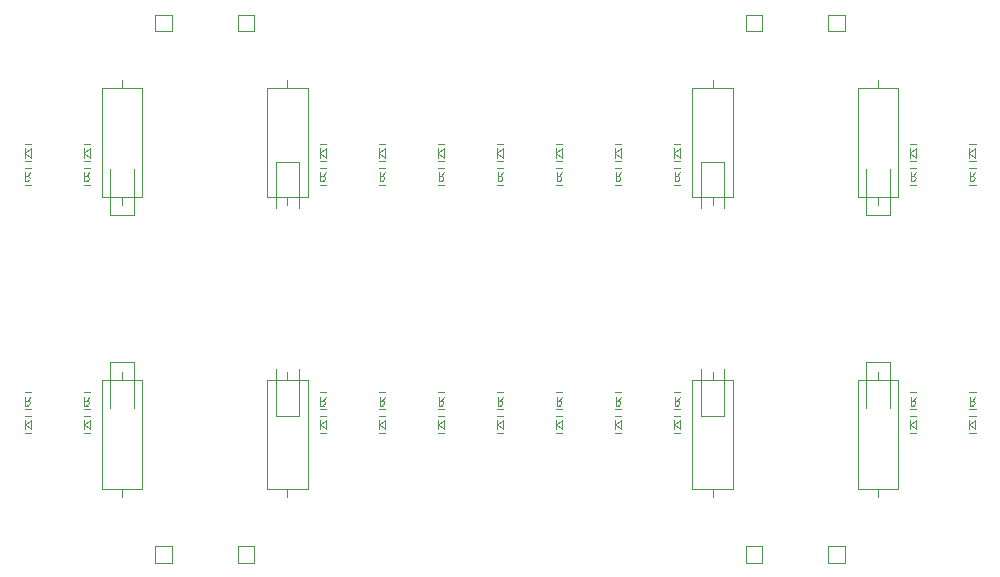
<source format=gbr>
G04 #@! TF.GenerationSoftware,KiCad,Pcbnew,(5.1.2)-2*
G04 #@! TF.CreationDate,2020-02-10T16:48:03+01:00*
G04 #@! TF.ProjectId,OpenHO_Engine,4f70656e-484f-45f4-956e-67696e652e6b,rev?*
G04 #@! TF.SameCoordinates,Original*
G04 #@! TF.FileFunction,Legend,Bot*
G04 #@! TF.FilePolarity,Positive*
%FSLAX46Y46*%
G04 Gerber Fmt 4.6, Leading zero omitted, Abs format (unit mm)*
G04 Created by KiCad (PCBNEW (5.1.2)-2) date 2020-02-10 16:48:03*
%MOMM*%
%LPD*%
G04 APERTURE LIST*
%ADD10C,0.120000*%
G04 APERTURE END LIST*
D10*
X95800000Y-54300000D02*
X95800000Y-55700000D01*
X97200000Y-54300000D02*
X95800000Y-54300000D01*
X97200000Y-55700000D02*
X97200000Y-54300000D01*
X95800000Y-55700000D02*
X97200000Y-55700000D01*
X102800000Y-54300000D02*
X102800000Y-55700000D01*
X104200000Y-54300000D02*
X102800000Y-54300000D01*
X104200000Y-55700000D02*
X104200000Y-54300000D01*
X102800000Y-55700000D02*
X104200000Y-55700000D01*
X145800000Y-54300000D02*
X145800000Y-55700000D01*
X147200000Y-54300000D02*
X145800000Y-54300000D01*
X147200000Y-55700000D02*
X147200000Y-54300000D01*
X145800000Y-55700000D02*
X147200000Y-55700000D01*
X152800000Y-54300000D02*
X152800000Y-55700000D01*
X154200000Y-54300000D02*
X152800000Y-54300000D01*
X154200000Y-55700000D02*
X154200000Y-54300000D01*
X152800000Y-55700000D02*
X154200000Y-55700000D01*
X165025400Y-68406400D02*
G75*
G03X165025400Y-68000000I0J203200D01*
G01*
X165228600Y-67669800D02*
X165000000Y-68000000D01*
X164796800Y-68000000D02*
X165025400Y-68000000D01*
X164796800Y-68406400D02*
X165076200Y-68406400D01*
X164796800Y-67669800D02*
X164796800Y-68406400D01*
X164741422Y-67290000D02*
X165258578Y-67290000D01*
X164741422Y-68710000D02*
X165258578Y-68710000D01*
X160025400Y-68406400D02*
G75*
G03X160025400Y-68000000I0J203200D01*
G01*
X160228600Y-67669800D02*
X160000000Y-68000000D01*
X159796800Y-68000000D02*
X160025400Y-68000000D01*
X159796800Y-68406400D02*
X160076200Y-68406400D01*
X159796800Y-67669800D02*
X159796800Y-68406400D01*
X159741422Y-67290000D02*
X160258578Y-67290000D01*
X159741422Y-68710000D02*
X160258578Y-68710000D01*
X157000000Y-59840000D02*
X157000000Y-60530000D01*
X157000000Y-70460000D02*
X157000000Y-69770000D01*
X158720000Y-60530000D02*
X158720000Y-69770000D01*
X155280000Y-60530000D02*
X158720000Y-60530000D01*
X155280000Y-69770000D02*
X155280000Y-60530000D01*
X158720000Y-69770000D02*
X155280000Y-69770000D01*
X143000000Y-59840000D02*
X143000000Y-60530000D01*
X143000000Y-70460000D02*
X143000000Y-69770000D01*
X144720000Y-60530000D02*
X144720000Y-69770000D01*
X141280000Y-60530000D02*
X144720000Y-60530000D01*
X141280000Y-69770000D02*
X141280000Y-60530000D01*
X144720000Y-69770000D02*
X141280000Y-69770000D01*
X140025400Y-68406400D02*
G75*
G03X140025400Y-68000000I0J203200D01*
G01*
X140228600Y-67669800D02*
X140000000Y-68000000D01*
X139796800Y-68000000D02*
X140025400Y-68000000D01*
X139796800Y-68406400D02*
X140076200Y-68406400D01*
X139796800Y-67669800D02*
X139796800Y-68406400D01*
X139741422Y-67290000D02*
X140258578Y-67290000D01*
X139741422Y-68710000D02*
X140258578Y-68710000D01*
X135025400Y-68406400D02*
G75*
G03X135025400Y-68000000I0J203200D01*
G01*
X135228600Y-67669800D02*
X135000000Y-68000000D01*
X134796800Y-68000000D02*
X135025400Y-68000000D01*
X134796800Y-68406400D02*
X135076200Y-68406400D01*
X134796800Y-67669800D02*
X134796800Y-68406400D01*
X134741422Y-67290000D02*
X135258578Y-67290000D01*
X134741422Y-68710000D02*
X135258578Y-68710000D01*
X130025400Y-68406400D02*
G75*
G03X130025400Y-68000000I0J203200D01*
G01*
X130228600Y-67669800D02*
X130000000Y-68000000D01*
X129796800Y-68000000D02*
X130025400Y-68000000D01*
X129796800Y-68406400D02*
X130076200Y-68406400D01*
X129796800Y-67669800D02*
X129796800Y-68406400D01*
X129741422Y-67290000D02*
X130258578Y-67290000D01*
X129741422Y-68710000D02*
X130258578Y-68710000D01*
X125025400Y-68406400D02*
G75*
G03X125025400Y-68000000I0J203200D01*
G01*
X125228600Y-67669800D02*
X125000000Y-68000000D01*
X124796800Y-68000000D02*
X125025400Y-68000000D01*
X124796800Y-68406400D02*
X125076200Y-68406400D01*
X124796800Y-67669800D02*
X124796800Y-68406400D01*
X124741422Y-67290000D02*
X125258578Y-67290000D01*
X124741422Y-68710000D02*
X125258578Y-68710000D01*
X120025400Y-68406400D02*
G75*
G03X120025400Y-68000000I0J203200D01*
G01*
X120228600Y-67669800D02*
X120000000Y-68000000D01*
X119796800Y-68000000D02*
X120025400Y-68000000D01*
X119796800Y-68406400D02*
X120076200Y-68406400D01*
X119796800Y-67669800D02*
X119796800Y-68406400D01*
X119741422Y-67290000D02*
X120258578Y-67290000D01*
X119741422Y-68710000D02*
X120258578Y-68710000D01*
X115025400Y-68406400D02*
G75*
G03X115025400Y-68000000I0J203200D01*
G01*
X115228600Y-67669800D02*
X115000000Y-68000000D01*
X114796800Y-68000000D02*
X115025400Y-68000000D01*
X114796800Y-68406400D02*
X115076200Y-68406400D01*
X114796800Y-67669800D02*
X114796800Y-68406400D01*
X114741422Y-67290000D02*
X115258578Y-67290000D01*
X114741422Y-68710000D02*
X115258578Y-68710000D01*
X110025400Y-68406400D02*
G75*
G03X110025400Y-68000000I0J203200D01*
G01*
X110228600Y-67669800D02*
X110000000Y-68000000D01*
X109796800Y-68000000D02*
X110025400Y-68000000D01*
X109796800Y-68406400D02*
X110076200Y-68406400D01*
X109796800Y-67669800D02*
X109796800Y-68406400D01*
X109741422Y-67290000D02*
X110258578Y-67290000D01*
X109741422Y-68710000D02*
X110258578Y-68710000D01*
X107000000Y-59840000D02*
X107000000Y-60530000D01*
X107000000Y-70460000D02*
X107000000Y-69770000D01*
X108720000Y-60530000D02*
X108720000Y-69770000D01*
X105280000Y-60530000D02*
X108720000Y-60530000D01*
X105280000Y-69770000D02*
X105280000Y-60530000D01*
X108720000Y-69770000D02*
X105280000Y-69770000D01*
X93000000Y-59840000D02*
X93000000Y-60530000D01*
X93000000Y-70460000D02*
X93000000Y-69770000D01*
X94720000Y-60530000D02*
X94720000Y-69770000D01*
X91280000Y-60530000D02*
X94720000Y-60530000D01*
X91280000Y-69770000D02*
X91280000Y-60530000D01*
X94720000Y-69770000D02*
X91280000Y-69770000D01*
X90025400Y-68406400D02*
G75*
G03X90025400Y-68000000I0J203200D01*
G01*
X90228600Y-67669800D02*
X90000000Y-68000000D01*
X89796800Y-68000000D02*
X90025400Y-68000000D01*
X89796800Y-68406400D02*
X90076200Y-68406400D01*
X89796800Y-67669800D02*
X89796800Y-68406400D01*
X89741422Y-67290000D02*
X90258578Y-67290000D01*
X89741422Y-68710000D02*
X90258578Y-68710000D01*
X85025400Y-68406400D02*
G75*
G03X85025400Y-68000000I0J203200D01*
G01*
X85228600Y-67669800D02*
X85000000Y-68000000D01*
X84796800Y-68000000D02*
X85025400Y-68000000D01*
X84796800Y-68406400D02*
X85076200Y-68406400D01*
X84796800Y-67669800D02*
X84796800Y-68406400D01*
X84741422Y-67290000D02*
X85258578Y-67290000D01*
X84741422Y-68710000D02*
X85258578Y-68710000D01*
X164741422Y-65290000D02*
X165258578Y-65290000D01*
X164741422Y-66710000D02*
X165258578Y-66710000D01*
X165254000Y-65593600D02*
X164746000Y-66025400D01*
X165254000Y-66406400D02*
X165254000Y-65593600D01*
X164746000Y-66000000D02*
X165254000Y-66406400D01*
X164746000Y-66406400D02*
X164746000Y-65593600D01*
X159741422Y-65290000D02*
X160258578Y-65290000D01*
X159741422Y-66710000D02*
X160258578Y-66710000D01*
X160254000Y-65593600D02*
X159746000Y-66025400D01*
X160254000Y-66406400D02*
X160254000Y-65593600D01*
X159746000Y-66000000D02*
X160254000Y-66406400D01*
X159746000Y-66406400D02*
X159746000Y-65593600D01*
X158000000Y-71250000D02*
X158000000Y-67350000D01*
X156000000Y-71250000D02*
X156000000Y-67350000D01*
X158000000Y-71250000D02*
X156000000Y-71250000D01*
X142000000Y-66750000D02*
X142000000Y-70650000D01*
X144000000Y-66750000D02*
X144000000Y-70650000D01*
X142000000Y-66750000D02*
X144000000Y-66750000D01*
X139741422Y-65290000D02*
X140258578Y-65290000D01*
X139741422Y-66710000D02*
X140258578Y-66710000D01*
X140254000Y-65593600D02*
X139746000Y-66025400D01*
X140254000Y-66406400D02*
X140254000Y-65593600D01*
X139746000Y-66000000D02*
X140254000Y-66406400D01*
X139746000Y-66406400D02*
X139746000Y-65593600D01*
X134741422Y-65290000D02*
X135258578Y-65290000D01*
X134741422Y-66710000D02*
X135258578Y-66710000D01*
X135254000Y-65593600D02*
X134746000Y-66025400D01*
X135254000Y-66406400D02*
X135254000Y-65593600D01*
X134746000Y-66000000D02*
X135254000Y-66406400D01*
X134746000Y-66406400D02*
X134746000Y-65593600D01*
X129741422Y-65290000D02*
X130258578Y-65290000D01*
X129741422Y-66710000D02*
X130258578Y-66710000D01*
X130254000Y-65593600D02*
X129746000Y-66025400D01*
X130254000Y-66406400D02*
X130254000Y-65593600D01*
X129746000Y-66000000D02*
X130254000Y-66406400D01*
X129746000Y-66406400D02*
X129746000Y-65593600D01*
X124741422Y-65290000D02*
X125258578Y-65290000D01*
X124741422Y-66710000D02*
X125258578Y-66710000D01*
X125254000Y-65593600D02*
X124746000Y-66025400D01*
X125254000Y-66406400D02*
X125254000Y-65593600D01*
X124746000Y-66000000D02*
X125254000Y-66406400D01*
X124746000Y-66406400D02*
X124746000Y-65593600D01*
X119741422Y-65290000D02*
X120258578Y-65290000D01*
X119741422Y-66710000D02*
X120258578Y-66710000D01*
X120254000Y-65593600D02*
X119746000Y-66025400D01*
X120254000Y-66406400D02*
X120254000Y-65593600D01*
X119746000Y-66000000D02*
X120254000Y-66406400D01*
X119746000Y-66406400D02*
X119746000Y-65593600D01*
X114741422Y-65290000D02*
X115258578Y-65290000D01*
X114741422Y-66710000D02*
X115258578Y-66710000D01*
X115254000Y-65593600D02*
X114746000Y-66025400D01*
X115254000Y-66406400D02*
X115254000Y-65593600D01*
X114746000Y-66000000D02*
X115254000Y-66406400D01*
X114746000Y-66406400D02*
X114746000Y-65593600D01*
X109741422Y-65290000D02*
X110258578Y-65290000D01*
X109741422Y-66710000D02*
X110258578Y-66710000D01*
X110254000Y-65593600D02*
X109746000Y-66025400D01*
X110254000Y-66406400D02*
X110254000Y-65593600D01*
X109746000Y-66000000D02*
X110254000Y-66406400D01*
X109746000Y-66406400D02*
X109746000Y-65593600D01*
X94000000Y-71250000D02*
X94000000Y-67350000D01*
X92000000Y-71250000D02*
X92000000Y-67350000D01*
X94000000Y-71250000D02*
X92000000Y-71250000D01*
X106000000Y-66750000D02*
X106000000Y-70650000D01*
X108000000Y-66750000D02*
X108000000Y-70650000D01*
X106000000Y-66750000D02*
X108000000Y-66750000D01*
X89741422Y-65290000D02*
X90258578Y-65290000D01*
X89741422Y-66710000D02*
X90258578Y-66710000D01*
X90254000Y-65593600D02*
X89746000Y-66025400D01*
X90254000Y-66406400D02*
X90254000Y-65593600D01*
X89746000Y-66000000D02*
X90254000Y-66406400D01*
X89746000Y-66406400D02*
X89746000Y-65593600D01*
X84741422Y-65290000D02*
X85258578Y-65290000D01*
X84741422Y-66710000D02*
X85258578Y-66710000D01*
X85254000Y-65593600D02*
X84746000Y-66025400D01*
X85254000Y-66406400D02*
X85254000Y-65593600D01*
X84746000Y-66000000D02*
X85254000Y-66406400D01*
X84746000Y-66406400D02*
X84746000Y-65593600D01*
X165025400Y-87406400D02*
G75*
G03X165025400Y-87000000I0J203200D01*
G01*
X165228600Y-86669800D02*
X165000000Y-87000000D01*
X164796800Y-87000000D02*
X165025400Y-87000000D01*
X164796800Y-87406400D02*
X165076200Y-87406400D01*
X164796800Y-86669800D02*
X164796800Y-87406400D01*
X164741422Y-86290000D02*
X165258578Y-86290000D01*
X164741422Y-87710000D02*
X165258578Y-87710000D01*
X160025400Y-87406400D02*
G75*
G03X160025400Y-87000000I0J203200D01*
G01*
X160228600Y-86669800D02*
X160000000Y-87000000D01*
X159796800Y-87000000D02*
X160025400Y-87000000D01*
X159796800Y-87406400D02*
X160076200Y-87406400D01*
X159796800Y-86669800D02*
X159796800Y-87406400D01*
X159741422Y-86290000D02*
X160258578Y-86290000D01*
X159741422Y-87710000D02*
X160258578Y-87710000D01*
X157000000Y-95160000D02*
X157000000Y-94470000D01*
X157000000Y-84540000D02*
X157000000Y-85230000D01*
X155280000Y-94470000D02*
X155280000Y-85230000D01*
X158720000Y-94470000D02*
X155280000Y-94470000D01*
X158720000Y-85230000D02*
X158720000Y-94470000D01*
X155280000Y-85230000D02*
X158720000Y-85230000D01*
X143000000Y-95160000D02*
X143000000Y-94470000D01*
X143000000Y-84540000D02*
X143000000Y-85230000D01*
X141280000Y-94470000D02*
X141280000Y-85230000D01*
X144720000Y-94470000D02*
X141280000Y-94470000D01*
X144720000Y-85230000D02*
X144720000Y-94470000D01*
X141280000Y-85230000D02*
X144720000Y-85230000D01*
X140025400Y-87406400D02*
G75*
G03X140025400Y-87000000I0J203200D01*
G01*
X140228600Y-86669800D02*
X140000000Y-87000000D01*
X139796800Y-87000000D02*
X140025400Y-87000000D01*
X139796800Y-87406400D02*
X140076200Y-87406400D01*
X139796800Y-86669800D02*
X139796800Y-87406400D01*
X139741422Y-86290000D02*
X140258578Y-86290000D01*
X139741422Y-87710000D02*
X140258578Y-87710000D01*
X135025400Y-87406400D02*
G75*
G03X135025400Y-87000000I0J203200D01*
G01*
X135228600Y-86669800D02*
X135000000Y-87000000D01*
X134796800Y-87000000D02*
X135025400Y-87000000D01*
X134796800Y-87406400D02*
X135076200Y-87406400D01*
X134796800Y-86669800D02*
X134796800Y-87406400D01*
X134741422Y-86290000D02*
X135258578Y-86290000D01*
X134741422Y-87710000D02*
X135258578Y-87710000D01*
X130025400Y-87406400D02*
G75*
G03X130025400Y-87000000I0J203200D01*
G01*
X130228600Y-86669800D02*
X130000000Y-87000000D01*
X129796800Y-87000000D02*
X130025400Y-87000000D01*
X129796800Y-87406400D02*
X130076200Y-87406400D01*
X129796800Y-86669800D02*
X129796800Y-87406400D01*
X129741422Y-86290000D02*
X130258578Y-86290000D01*
X129741422Y-87710000D02*
X130258578Y-87710000D01*
X125025400Y-87406400D02*
G75*
G03X125025400Y-87000000I0J203200D01*
G01*
X125228600Y-86669800D02*
X125000000Y-87000000D01*
X124796800Y-87000000D02*
X125025400Y-87000000D01*
X124796800Y-87406400D02*
X125076200Y-87406400D01*
X124796800Y-86669800D02*
X124796800Y-87406400D01*
X124741422Y-86290000D02*
X125258578Y-86290000D01*
X124741422Y-87710000D02*
X125258578Y-87710000D01*
X120025400Y-87406400D02*
G75*
G03X120025400Y-87000000I0J203200D01*
G01*
X120228600Y-86669800D02*
X120000000Y-87000000D01*
X119796800Y-87000000D02*
X120025400Y-87000000D01*
X119796800Y-87406400D02*
X120076200Y-87406400D01*
X119796800Y-86669800D02*
X119796800Y-87406400D01*
X119741422Y-86290000D02*
X120258578Y-86290000D01*
X119741422Y-87710000D02*
X120258578Y-87710000D01*
X115025400Y-87406400D02*
G75*
G03X115025400Y-87000000I0J203200D01*
G01*
X115228600Y-86669800D02*
X115000000Y-87000000D01*
X114796800Y-87000000D02*
X115025400Y-87000000D01*
X114796800Y-87406400D02*
X115076200Y-87406400D01*
X114796800Y-86669800D02*
X114796800Y-87406400D01*
X114741422Y-86290000D02*
X115258578Y-86290000D01*
X114741422Y-87710000D02*
X115258578Y-87710000D01*
X110025400Y-87406400D02*
G75*
G03X110025400Y-87000000I0J203200D01*
G01*
X110228600Y-86669800D02*
X110000000Y-87000000D01*
X109796800Y-87000000D02*
X110025400Y-87000000D01*
X109796800Y-87406400D02*
X110076200Y-87406400D01*
X109796800Y-86669800D02*
X109796800Y-87406400D01*
X109741422Y-86290000D02*
X110258578Y-86290000D01*
X109741422Y-87710000D02*
X110258578Y-87710000D01*
X107000000Y-95160000D02*
X107000000Y-94470000D01*
X107000000Y-84540000D02*
X107000000Y-85230000D01*
X105280000Y-94470000D02*
X105280000Y-85230000D01*
X108720000Y-94470000D02*
X105280000Y-94470000D01*
X108720000Y-85230000D02*
X108720000Y-94470000D01*
X105280000Y-85230000D02*
X108720000Y-85230000D01*
X93000000Y-95160000D02*
X93000000Y-94470000D01*
X93000000Y-84540000D02*
X93000000Y-85230000D01*
X91280000Y-94470000D02*
X91280000Y-85230000D01*
X94720000Y-94470000D02*
X91280000Y-94470000D01*
X94720000Y-85230000D02*
X94720000Y-94470000D01*
X91280000Y-85230000D02*
X94720000Y-85230000D01*
X90025400Y-87406400D02*
G75*
G03X90025400Y-87000000I0J203200D01*
G01*
X90228600Y-86669800D02*
X90000000Y-87000000D01*
X89796800Y-87000000D02*
X90025400Y-87000000D01*
X89796800Y-87406400D02*
X90076200Y-87406400D01*
X89796800Y-86669800D02*
X89796800Y-87406400D01*
X89741422Y-86290000D02*
X90258578Y-86290000D01*
X89741422Y-87710000D02*
X90258578Y-87710000D01*
X85025400Y-87406400D02*
G75*
G03X85025400Y-87000000I0J203200D01*
G01*
X85228600Y-86669800D02*
X85000000Y-87000000D01*
X84796800Y-87000000D02*
X85025400Y-87000000D01*
X84796800Y-87406400D02*
X85076200Y-87406400D01*
X84796800Y-86669800D02*
X84796800Y-87406400D01*
X84741422Y-86290000D02*
X85258578Y-86290000D01*
X84741422Y-87710000D02*
X85258578Y-87710000D01*
X152800000Y-99300000D02*
X152800000Y-100700000D01*
X154200000Y-99300000D02*
X152800000Y-99300000D01*
X154200000Y-100700000D02*
X154200000Y-99300000D01*
X152800000Y-100700000D02*
X154200000Y-100700000D01*
X145800000Y-99300000D02*
X145800000Y-100700000D01*
X147200000Y-99300000D02*
X145800000Y-99300000D01*
X147200000Y-100700000D02*
X147200000Y-99300000D01*
X145800000Y-100700000D02*
X147200000Y-100700000D01*
X102800000Y-99300000D02*
X102800000Y-100700000D01*
X104200000Y-99300000D02*
X102800000Y-99300000D01*
X104200000Y-100700000D02*
X104200000Y-99300000D01*
X102800000Y-100700000D02*
X104200000Y-100700000D01*
X95800000Y-99300000D02*
X95800000Y-100700000D01*
X97200000Y-99300000D02*
X95800000Y-99300000D01*
X97200000Y-100700000D02*
X97200000Y-99300000D01*
X95800000Y-100700000D02*
X97200000Y-100700000D01*
X164741422Y-88290000D02*
X165258578Y-88290000D01*
X164741422Y-89710000D02*
X165258578Y-89710000D01*
X165254000Y-88593600D02*
X164746000Y-89025400D01*
X165254000Y-89406400D02*
X165254000Y-88593600D01*
X164746000Y-89000000D02*
X165254000Y-89406400D01*
X164746000Y-89406400D02*
X164746000Y-88593600D01*
X159741422Y-88290000D02*
X160258578Y-88290000D01*
X159741422Y-89710000D02*
X160258578Y-89710000D01*
X160254000Y-88593600D02*
X159746000Y-89025400D01*
X160254000Y-89406400D02*
X160254000Y-88593600D01*
X159746000Y-89000000D02*
X160254000Y-89406400D01*
X159746000Y-89406400D02*
X159746000Y-88593600D01*
X156000000Y-83750000D02*
X156000000Y-87650000D01*
X158000000Y-83750000D02*
X158000000Y-87650000D01*
X156000000Y-83750000D02*
X158000000Y-83750000D01*
X144000000Y-88250000D02*
X144000000Y-84350000D01*
X142000000Y-88250000D02*
X142000000Y-84350000D01*
X144000000Y-88250000D02*
X142000000Y-88250000D01*
X139741422Y-88290000D02*
X140258578Y-88290000D01*
X139741422Y-89710000D02*
X140258578Y-89710000D01*
X140254000Y-88593600D02*
X139746000Y-89025400D01*
X140254000Y-89406400D02*
X140254000Y-88593600D01*
X139746000Y-89000000D02*
X140254000Y-89406400D01*
X139746000Y-89406400D02*
X139746000Y-88593600D01*
X134741422Y-88290000D02*
X135258578Y-88290000D01*
X134741422Y-89710000D02*
X135258578Y-89710000D01*
X135254000Y-88593600D02*
X134746000Y-89025400D01*
X135254000Y-89406400D02*
X135254000Y-88593600D01*
X134746000Y-89000000D02*
X135254000Y-89406400D01*
X134746000Y-89406400D02*
X134746000Y-88593600D01*
X129741422Y-88290000D02*
X130258578Y-88290000D01*
X129741422Y-89710000D02*
X130258578Y-89710000D01*
X130254000Y-88593600D02*
X129746000Y-89025400D01*
X130254000Y-89406400D02*
X130254000Y-88593600D01*
X129746000Y-89000000D02*
X130254000Y-89406400D01*
X129746000Y-89406400D02*
X129746000Y-88593600D01*
X124741422Y-88290000D02*
X125258578Y-88290000D01*
X124741422Y-89710000D02*
X125258578Y-89710000D01*
X125254000Y-88593600D02*
X124746000Y-89025400D01*
X125254000Y-89406400D02*
X125254000Y-88593600D01*
X124746000Y-89000000D02*
X125254000Y-89406400D01*
X124746000Y-89406400D02*
X124746000Y-88593600D01*
X119741422Y-88290000D02*
X120258578Y-88290000D01*
X119741422Y-89710000D02*
X120258578Y-89710000D01*
X120254000Y-88593600D02*
X119746000Y-89025400D01*
X120254000Y-89406400D02*
X120254000Y-88593600D01*
X119746000Y-89000000D02*
X120254000Y-89406400D01*
X119746000Y-89406400D02*
X119746000Y-88593600D01*
X114741422Y-88290000D02*
X115258578Y-88290000D01*
X114741422Y-89710000D02*
X115258578Y-89710000D01*
X115254000Y-88593600D02*
X114746000Y-89025400D01*
X115254000Y-89406400D02*
X115254000Y-88593600D01*
X114746000Y-89000000D02*
X115254000Y-89406400D01*
X114746000Y-89406400D02*
X114746000Y-88593600D01*
X109741422Y-88290000D02*
X110258578Y-88290000D01*
X109741422Y-89710000D02*
X110258578Y-89710000D01*
X110254000Y-88593600D02*
X109746000Y-89025400D01*
X110254000Y-89406400D02*
X110254000Y-88593600D01*
X109746000Y-89000000D02*
X110254000Y-89406400D01*
X109746000Y-89406400D02*
X109746000Y-88593600D01*
X92000000Y-83750000D02*
X92000000Y-87650000D01*
X94000000Y-83750000D02*
X94000000Y-87650000D01*
X92000000Y-83750000D02*
X94000000Y-83750000D01*
X108000000Y-88250000D02*
X108000000Y-84350000D01*
X106000000Y-88250000D02*
X106000000Y-84350000D01*
X108000000Y-88250000D02*
X106000000Y-88250000D01*
X89741422Y-88290000D02*
X90258578Y-88290000D01*
X89741422Y-89710000D02*
X90258578Y-89710000D01*
X90254000Y-88593600D02*
X89746000Y-89025400D01*
X90254000Y-89406400D02*
X90254000Y-88593600D01*
X89746000Y-89000000D02*
X90254000Y-89406400D01*
X89746000Y-89406400D02*
X89746000Y-88593600D01*
X84741422Y-88290000D02*
X85258578Y-88290000D01*
X84741422Y-89710000D02*
X85258578Y-89710000D01*
X85254000Y-88593600D02*
X84746000Y-89025400D01*
X85254000Y-89406400D02*
X85254000Y-88593600D01*
X84746000Y-89000000D02*
X85254000Y-89406400D01*
X84746000Y-89406400D02*
X84746000Y-88593600D01*
M02*

</source>
